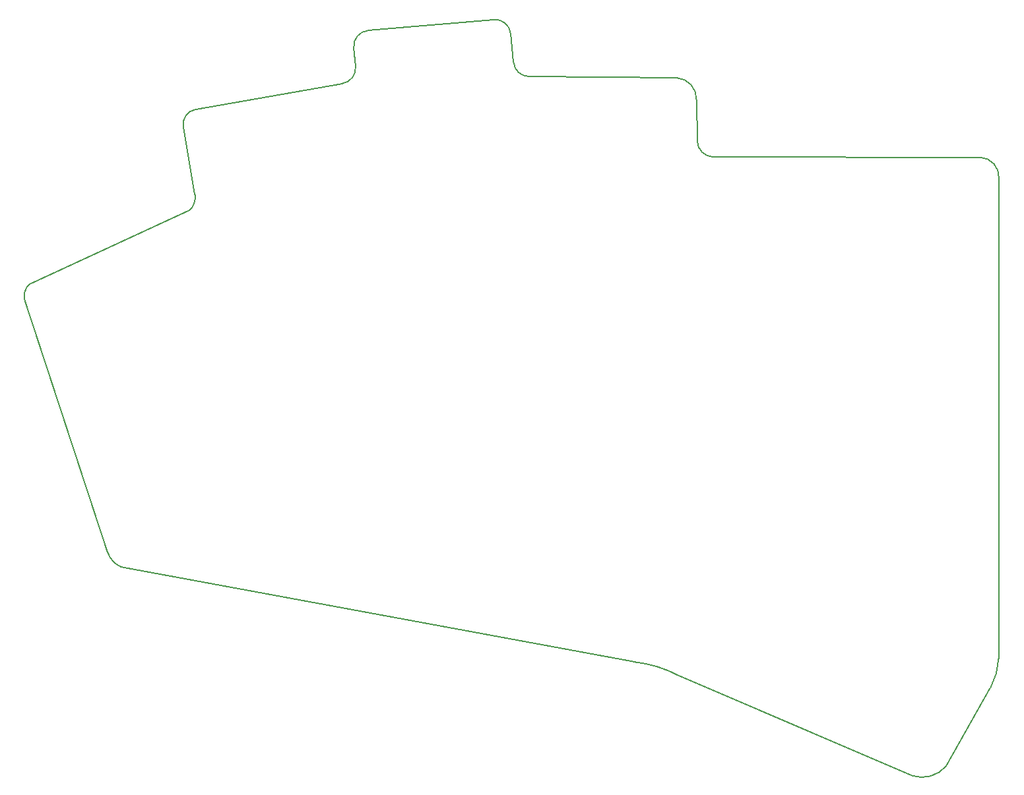
<source format=gm1>
%TF.GenerationSoftware,KiCad,Pcbnew,(6.0.4)*%
%TF.CreationDate,2022-05-14T00:31:57+02:00*%
%TF.ProjectId,battoota,62617474-6f6f-4746-912e-6b696361645f,v1.0.0*%
%TF.SameCoordinates,Original*%
%TF.FileFunction,Profile,NP*%
%FSLAX46Y46*%
G04 Gerber Fmt 4.6, Leading zero omitted, Abs format (unit mm)*
G04 Created by KiCad (PCBNEW (6.0.4)) date 2022-05-14 00:31:57*
%MOMM*%
%LPD*%
G01*
G04 APERTURE LIST*
%TA.AperFunction,Profile*%
%ADD10C,0.150000*%
%TD*%
G04 APERTURE END LIST*
D10*
X61704455Y112776773D02*
X80549308Y116099629D01*
X123708003Y40018696D02*
G75*
G03*
X118029108Y41786742I-7409359J-13794355D01*
G01*
X158002032Y28418788D02*
X163680206Y38476609D01*
X61704455Y112776773D02*
G75*
G03*
X60082137Y110459861I347281J-1969604D01*
G01*
X125945311Y114030102D02*
G75*
G03*
X123405311Y116824102I-2715324J83069D01*
G01*
X82194401Y118243556D02*
X81977357Y120724385D01*
X80549308Y116099629D02*
G75*
G03*
X82194402Y118243556I-347245J1969577D01*
G01*
X164719636Y42263105D02*
X164753669Y103908943D01*
X102100491Y122484931D02*
G75*
G03*
X99933789Y124303010I-1992347J-174259D01*
G01*
X153519202Y27212704D02*
G75*
G03*
X158002032Y28418788I1355057J3897500D01*
G01*
X39776757Y88145745D02*
X50412171Y55843231D01*
X164753669Y103908943D02*
G75*
G03*
X162372397Y106613531I-2535493J168206D01*
G01*
X118029108Y41786742D02*
X52097041Y54013035D01*
X60082136Y110459861D02*
X61591800Y101858717D01*
X104470899Y116989470D02*
X123405311Y116824102D01*
X153519202Y27212704D02*
X123708003Y40018696D01*
X83795435Y122891086D02*
G75*
G03*
X81977357Y120724386I174284J-1992367D01*
G01*
X83795435Y122891086D02*
X99933789Y124303009D01*
X162372397Y106613531D02*
X128078513Y106660574D01*
X126049564Y108687498D02*
X125945311Y114030102D01*
X102100490Y122484931D02*
X102478509Y118815160D01*
X50412171Y55843231D02*
G75*
G03*
X52097041Y54013035I2843704J927261D01*
G01*
X126049564Y108687498D02*
G75*
G03*
X128078513Y106660574I2083304J56435D01*
G01*
X40419583Y90363700D02*
X60852399Y99765897D01*
X60852399Y99765897D02*
G75*
G03*
X61591800Y101858717I-1517345J1713110D01*
G01*
X102478508Y118815160D02*
G75*
G03*
X104470899Y116989470I1992466J174393D01*
G01*
X40419583Y90363700D02*
G75*
G03*
X39776757Y88145745I1273724J-1571293D01*
G01*
X163680206Y38476609D02*
G75*
G03*
X164719636Y42263105I-7806248J4178806D01*
G01*
M02*

</source>
